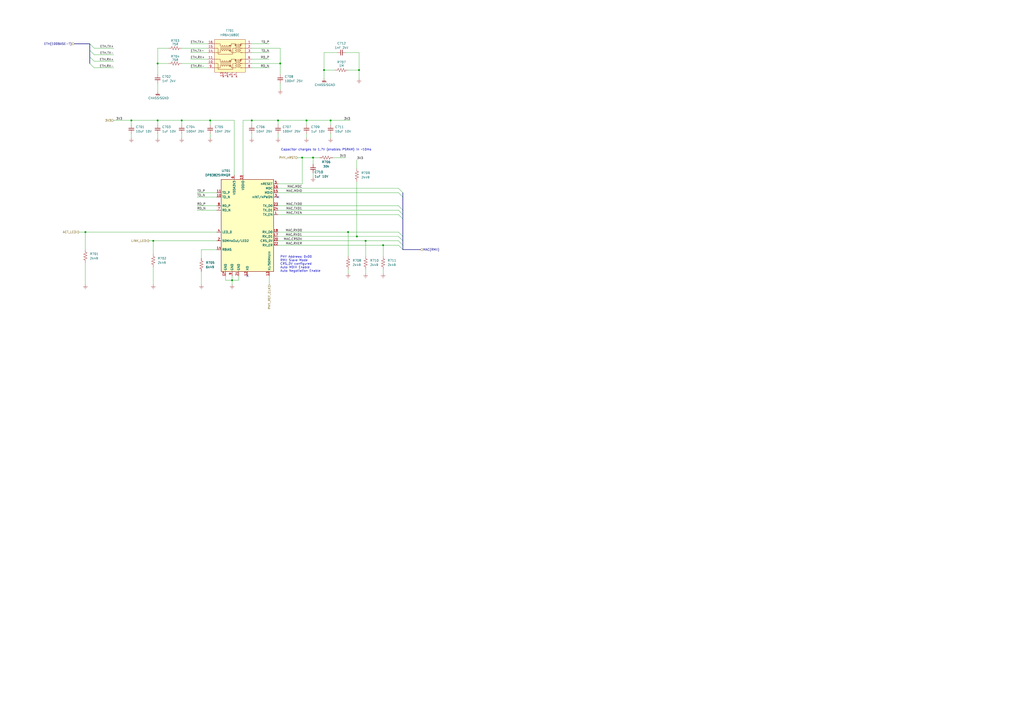
<source format=kicad_sch>
(kicad_sch (version 20250114) (generator "eeschema") (generator_version "9.0")
  (paper "A2")
  (lib_symbols
    (symbol "BR_Capacitors_0201:C_0201_100nF_25V_X7R_10%" (pin_numbers (hide yes)) (pin_names (offset 0) (hide yes))
      (property "Reference" "C" (at 1.016 1.778 0))
      (property "Value" "100nF 25V" (at 1.016 -1.778 0))
      (symbol "C_0201_100nF_25V_X7R_10%_1_1"
        (pin passive line (at 0 2.54 270) (length 2.032) (name "~") (number "1"))
        (pin passive line (at 0 -2.54 90) (length 2.032) (name "~") (number "2"))
      )
    )
    (symbol "BR_Capacitors_0201:C_0201_10nF_25V_X7R_10%" (pin_numbers (hide yes)) (pin_names (offset 0) (hide yes))
      (property "Reference" "C" (at 1.016 1.778 0))
      (property "Value" "10nF 25V" (at 1.016 -1.778 0))
      (symbol "C_0201_10nF_25V_X7R_10%_1_1"
        (pin passive line (at 0 2.54 270) (length 2.032) (name "~") (number "1"))
        (pin passive line (at 0 -2.54 90) (length 2.032) (name "~") (number "2"))
      )
    )
    (symbol "BR_Capacitors_0402:C_0402_10uF_10V_X5R_20%" (pin_numbers (hide yes)) (pin_names (offset 0.254) (hide yes))
      (property "Reference" "C" (at 1.016 1.778 0))
      (property "Value" "10uF 10V" (at 1.016 -1.778 0))
      (symbol "C_0402_10uF_10V_X5R_20%_1_1"
        (pin passive line (at 0 2.54 270) (length 2.032) (name "~") (number "1"))
        (pin passive line (at 0 -2.54 90) (length 2.032) (name "~") (number "2"))
      )
    )
    (symbol "BR_Capacitors_0402:C_0402_1uF_10V_X7R_10%" (pin_numbers (hide yes)) (pin_names (offset 0.254) (hide yes))
      (property "Reference" "C" (at 1.016 1.778 0))
      (property "Value" "1uF 10V" (at 1.016 -1.778 0))
      (symbol "C_0402_1uF_10V_X7R_10%_1_1"
        (pin passive line (at 0 2.54 270) (length 2.032) (name "~") (number "1"))
        (pin passive line (at 0 -2.54 90) (length 2.032) (name "~") (number "2"))
      )
    )
    (symbol "BR_Capacitors_1206:C_1206_1nF_2kV_X7R_10%" (pin_numbers (hide yes)) (pin_names (offset 0.254))
      (property "Reference" "C" (at 1.016 1.778 0))
      (property "Value" "1nF 2kV" (at 1.016 -1.778 0))
      (symbol "C_1206_1nF_2kV_X7R_10%_1_1"
        (pin passive line (at 0 2.54 270) (length 2.032) (name "~") (number "1"))
        (pin passive line (at 0 -2.54 90) (length 2.032) (name "~") (number "2"))
      )
    )
    (symbol "BR_IC_Ethernet:DP83825IRMQR"
      (property "Reference" "U" (at -12.192 21.336 0))
      (property "Value" "DP83825IRMQR" (at -5.588 19.304 0))
      (symbol "DP83825IRMQR_1_0"
        (pin input line (at -15.24 15.24 0) (length 2.54) (name "nRESET") (number "5"))
        (pin input line (at -15.24 7.62 0) (length 2.54) (name "nINT/nPWDN") (number "3"))
        (pin input line (at -15.24 2.54 0) (length 2.54) (name "TX_D0") (number "23"))
        (pin input line (at -15.24 0 0) (length 2.54) (name "TX_D1") (number "24"))
        (pin input line (at -15.24 -2.54 0) (length 2.54) (name "TX_EN") (number "1"))
        (pin output line (at -15.24 -15.24 0) (length 2.54) (name "RX_D1") (number "17"))
        (pin output line (at -15.24 -20.32 0) (length 2.54) (name "RX_ER") (number "22"))
        (pin output line (at 2.54 -38.1 90) (length 2.54) (name "XO") (number "12"))
        (pin power_in line (at 10.16 20.32 270) (length 2.54) (name "VDDA3V3") (number "6"))
        (pin power_in line (at 11.43 -38.1 90) (length 2.54) (name "GND") (number "9"))
        (pin power_in line (at 15.24 -38.1 90) (length 2.54) (name "GND") (number "EP"))
        (pin output line (at 20.32 10.16 180) (length 2.54) (name "TD_P") (number "11"))
        (pin output line (at 20.32 7.62 180) (length 2.54) (name "TD_N") (number "10"))
        (pin input line (at 20.32 2.54 180) (length 2.54) (name "RD_P") (number "8"))
        (pin output line (at 20.32 -12.7 180) (length 2.54) (name "LED_0") (number "4"))
        (pin output line (at 20.32 -17.78 180) (length 2.54) (name "50MHxOut/LED2") (number "2"))
      )
      (symbol "DP83825IRMQR_1_1"
        (pin input line (at -15.24 12.7 0) (length 2.54) (name "MDC") (number "16"))
        (pin bidirectional line (at -15.24 10.16 0) (length 2.54) (name "MDIO") (number "15"))
        (pin output line (at -15.24 -12.7 0) (length 2.54) (name "RX_D0") (number "18"))
        (pin output line (at -15.24 -17.78 0) (length 2.54) (name "CRS_DV") (number "20"))
        (pin input line (at -10.16 -38.1 90) (length 2.54) (name "XI/50MHzIn") (number "13"))
        (pin power_in line (at 5.08 20.32 270) (length 2.54) (name "VDDIO") (number "19"))
        (pin power_in line (at 7.62 -38.1 90) (length 2.54) (name "GND") (number "21"))
        (pin input line (at 20.32 0 180) (length 2.54) (name "RD_N") (number "7"))
        (pin input line (at 20.32 -22.86 180) (length 2.54) (name "RBIAS") (number "14"))
      )
    )
    (symbol "BR_Inductors:T_ARRAY_H1102FNL" (pin_names (offset 1.016))
      (property "Reference" "T" (at -8.128 11.176 0))
      (property "Value" "HR641680E" (at 3.556 11.176 0))
      (symbol "T_ARRAY_H1102FNL_1_1"
        (pin passive line (at -12.7 7.62 0) (length 2.9972) (name "~") (number "1"))
        (pin passive line (at -12.7 5.08 0) (length 2.9972) (name "~") (number "2"))
        (pin passive line (at -12.7 2.54 0) (length 2.9972) (name "~") (number "3"))
        (pin passive line (at -12.7 -1.27 0) (length 2.9972) (name "~") (number "6"))
        (pin passive line (at -12.7 -3.81 0) (length 2.9972) (name "~") (number "7"))
        (pin passive line (at -12.7 -6.35 0) (length 2.9972) (name "~") (number "8"))
        (pin no_connect line (at -3.81 -11.43 90) (length 2.54) (name "") (number "4"))
        (pin no_connect line (at -1.27 -11.43 90) (length 2.54) (name "") (number "5"))
        (pin no_connect line (at 1.27 -11.43 90) (length 2.54) (name "") (number "12"))
        (pin no_connect line (at 3.81 -11.43 90) (length 2.54) (name "") (number "13"))
        (pin passive line (at 12.7 7.62 180) (length 2.9972) (name "~") (number "16"))
        (pin passive line (at 12.7 5.08 180) (length 2.9972) (name "~") (number "15"))
        (pin passive line (at 12.7 2.54 180) (length 2.9972) (name "~") (number "14"))
        (pin passive line (at 12.7 -1.27 180) (length 2.9972) (name "~") (number "11"))
        (pin passive line (at 12.7 -3.81 180) (length 2.9972) (name "~") (number "10"))
        (pin passive line (at 12.7 -6.35 180) (length 2.9972) (name "~") (number "9"))
      )
    )
    (symbol "BR_Resistors_0402:R_0402_1M" (pin_numbers (hide yes)) (pin_names (offset 0) (hide yes))
      (property "Reference" "R" (at 1.524 1.27 0))
      (property "Value" "1M" (at 1.524 -1.27 0))
      (symbol "R_0402_1M_1_1"
        (pin passive line (at 0 3.81 270) (length 1.27) (name "~") (number "1"))
        (pin passive line (at 0 -3.81 90) (length 1.27) (name "~") (number "2"))
      )
    )
    (symbol "BR_Resistors_0402:R_0402_2k49" (pin_numbers (hide yes)) (pin_names (offset 0) (hide yes))
      (property "Reference" "R" (at 1.524 1.27 0))
      (property "Value" "2k49" (at 1.524 -1.27 0))
      (symbol "R_0402_2k49_1_1"
        (pin passive line (at 0 3.81 270) (length 1.27) (name "~") (number "1"))
        (pin passive line (at 0 -3.81 90) (length 1.27) (name "~") (number "2"))
      )
    )
    (symbol "BR_Resistors_0402:R_0402_30k" (pin_numbers (hide yes)) (pin_names (offset 0) (hide yes))
      (property "Reference" "R" (at 1.524 1.27 0))
      (property "Value" "30k" (at 1.524 -1.27 0))
      (symbol "R_0402_30k_1_1"
        (pin passive line (at 0 3.81 270) (length 1.27) (name "~") (number "1"))
        (pin passive line (at 0 -3.81 90) (length 1.27) (name "~") (number "2"))
      )
    )
    (symbol "BR_Resistors_0402:R_0402_6k49" (pin_numbers (hide yes)) (pin_names (offset 0) (hide yes))
      (property "Reference" "R" (at 1.524 1.27 0))
      (property "Value" "6k49" (at 1.524 -1.27 0))
      (symbol "R_0402_6k49_1_1"
        (pin passive line (at 0 3.81 270) (length 1.27) (name "~") (number "1"))
        (pin passive line (at 0 -3.81 90) (length 1.27) (name "~") (number "2"))
      )
    )
    (symbol "BR_Resistors_0402:R_0402_75R" (pin_numbers (hide yes)) (pin_names (offset 0) (hide yes))
      (property "Reference" "R" (at 1.524 1.27 0))
      (property "Value" "75R" (at 1.524 -1.27 0))
      (symbol "R_0402_75R_1_1"
        (pin passive line (at 0 3.81 270) (length 1.27) (name "~") (number "1"))
        (pin passive line (at 0 -3.81 90) (length 1.27) (name "~") (number "2"))
      )
    )
    (symbol "BR_Virtual_Parts:GND" (power) (pin_numbers (hide yes)) (pin_names (offset 0) (hide yes))
      (property "Value" "GND" (at 0 -3.556 0))
      (symbol "GND_1_1"
        (pin power_in line (at 0 0 270) (length 0) (hide yes) (name "GNDREF") (number "1"))
      )
    )
    (symbol "BR_Virtual_Parts:GND_CHASSIS" (power) (pin_numbers (hide yes)) (pin_names (offset 0) (hide yes))
      (property "Value" "CHASSISGND" (at 0 -3.302 0))
      (symbol "GND_CHASSIS_1_1"
        (pin power_in line (at 0 0 270) (length 0) (name "~") (number "1"))
      )
    )
  )
  (text "Capacitor charges to 1.7V (enables PSRAM) in ~10ms" (at 189.23 86.868 0) (effects (font (size 1.27 1.27))))
  (text "PHY Address: 0x00\nRMII Slave Mode\nCRS_DV configured\nAuto MDIX Enable\nAuto Negotiation Enable" (at 162.56 153.162 0) (effects (font (size 1.27 1.27)) (justify left)))
  (junction (at 222.25 142.24))
  (junction (at 201.93 134.62))
  (junction (at 76.2 69.85))
  (junction (at 162.56 36.83))
  (junction (at 208.28 40.64))
  (junction (at 175.26 91.44))
  (junction (at 121.92 69.85))
  (junction (at 191.77 69.85))
  (junction (at 88.9 139.7))
  (junction (at 181.61 91.44))
  (junction (at 134.62 162.56))
  (junction (at 212.09 139.7))
  (junction (at 177.8 69.85))
  (junction (at 91.44 69.85))
  (junction (at 161.29 69.85))
  (junction (at 146.05 69.85))
  (junction (at 91.44 36.83))
  (junction (at 105.41 69.85))
  (junction (at 49.53 134.62))
  (junction (at 187.96 40.64))
  (junction (at 207.01 137.16))
  (no_connect (at 161.29 114.3))
  (no_connect (at 143.51 160.02))
  (bus_entry (at 52.07 25.4) (size 2.54 2.54))
  (bus_entry (at 231.14 109.22) (size 2.54 2.54))
  (bus_entry (at 231.14 111.76) (size 2.54 2.54))
  (bus_entry (at 231.14 139.7) (size 2.54 2.54))
  (bus_entry (at 231.14 124.46) (size 2.54 2.54))
  (bus_entry (at 231.14 142.24) (size 2.54 2.54))
  (bus_entry (at 52.07 33.02) (size 2.54 2.54))
  (bus_entry (at 52.07 36.83) (size 2.54 2.54))
  (bus_entry (at 231.14 137.16) (size 2.54 2.54))
  (bus_entry (at 231.14 119.38) (size 2.54 2.54))
  (bus_entry (at 52.07 29.21) (size 2.54 2.54))
  (bus_entry (at 231.14 134.62) (size 2.54 2.54))
  (bus_entry (at 231.14 121.92) (size 2.54 2.54))
  (wire (pts (xy 45.72 134.62) (xy 49.53 134.62)))
  (wire (pts (xy 201.93 40.64) (xy 208.28 40.64)))
  (wire (pts (xy 76.2 69.85) (xy 91.44 69.85)))
  (wire (pts (xy 105.41 27.94) (xy 120.65 27.94)))
  (wire (pts (xy 177.8 69.85) (xy 191.77 69.85)))
  (wire (pts (xy 201.93 134.62) (xy 231.14 134.62)))
  (wire (pts (xy 76.2 77.47) (xy 76.2 80.01)))
  (wire (pts (xy 91.44 48.26) (xy 91.44 53.34)))
  (wire (pts (xy 187.96 30.48) (xy 195.58 30.48)))
  (wire (pts (xy 146.05 69.85) (xy 161.29 69.85)))
  (wire (pts (xy 212.09 139.7) (xy 212.09 148.59)))
  (bus (pts (xy 233.68 142.24) (xy 233.68 144.78)))
  (wire (pts (xy 177.8 69.85) (xy 177.8 72.39)))
  (wire (pts (xy 116.84 144.78) (xy 125.73 144.78)))
  (wire (pts (xy 208.28 40.64) (xy 208.28 45.72)))
  (wire (pts (xy 114.3 119.38) (xy 125.73 119.38)))
  (wire (pts (xy 161.29 119.38) (xy 231.14 119.38)))
  (wire (pts (xy 201.93 134.62) (xy 201.93 148.59)))
  (wire (pts (xy 116.84 149.86) (xy 116.84 144.78)))
  (wire (pts (xy 156.21 160.02) (xy 156.21 165.1)))
  (wire (pts (xy 121.92 77.47) (xy 121.92 80.01)))
  (wire (pts (xy 161.29 142.24) (xy 222.25 142.24)))
  (wire (pts (xy 161.29 134.62) (xy 201.93 134.62)))
  (wire (pts (xy 110.49 25.4) (xy 120.65 25.4)))
  (wire (pts (xy 91.44 36.83) (xy 91.44 43.18)))
  (bus (pts (xy 233.68 139.7) (xy 233.68 142.24)))
  (wire (pts (xy 162.56 48.26) (xy 162.56 52.07)))
  (wire (pts (xy 134.62 162.56) (xy 134.62 165.1)))
  (wire (pts (xy 161.29 121.92) (xy 231.14 121.92)))
  (wire (pts (xy 161.29 137.16) (xy 207.01 137.16)))
  (wire (pts (xy 146.05 69.85) (xy 146.05 72.39)))
  (wire (pts (xy 140.97 69.85) (xy 140.97 101.6)))
  (wire (pts (xy 134.62 160.02) (xy 134.62 162.56)))
  (wire (pts (xy 91.44 77.47) (xy 91.44 80.01)))
  (wire (pts (xy 114.3 114.3) (xy 125.73 114.3)))
  (wire (pts (xy 222.25 142.24) (xy 231.14 142.24)))
  (wire (pts (xy 110.49 30.48) (xy 120.65 30.48)))
  (wire (pts (xy 200.66 30.48) (xy 208.28 30.48)))
  (wire (pts (xy 130.81 160.02) (xy 130.81 162.56)))
  (wire (pts (xy 121.92 69.85) (xy 135.89 69.85)))
  (wire (pts (xy 105.41 77.47) (xy 105.41 80.01)))
  (bus (pts (xy 52.07 33.02) (xy 52.07 29.21)))
  (wire (pts (xy 76.2 69.85) (xy 76.2 72.39)))
  (wire (pts (xy 88.9 147.32) (xy 88.9 139.7)))
  (wire (pts (xy 161.29 69.85) (xy 177.8 69.85)))
  (wire (pts (xy 66.04 69.85) (xy 76.2 69.85)))
  (wire (pts (xy 91.44 69.85) (xy 105.41 69.85)))
  (wire (pts (xy 146.05 30.48) (xy 156.21 30.48)))
  (wire (pts (xy 161.29 139.7) (xy 212.09 139.7)))
  (wire (pts (xy 175.26 91.44) (xy 181.61 91.44)))
  (wire (pts (xy 162.56 27.94) (xy 162.56 36.83)))
  (wire (pts (xy 146.05 25.4) (xy 156.21 25.4)))
  (wire (pts (xy 161.29 77.47) (xy 161.29 80.01)))
  (wire (pts (xy 146.05 77.47) (xy 146.05 80.01)))
  (wire (pts (xy 105.41 69.85) (xy 105.41 72.39)))
  (wire (pts (xy 49.53 144.78) (xy 49.53 134.62)))
  (wire (pts (xy 191.77 69.85) (xy 203.2 69.85)))
  (wire (pts (xy 181.61 91.44) (xy 181.61 95.25)))
  (wire (pts (xy 49.53 134.62) (xy 125.73 134.62)))
  (wire (pts (xy 114.3 111.76) (xy 125.73 111.76)))
  (wire (pts (xy 91.44 69.85) (xy 91.44 72.39)))
  (wire (pts (xy 162.56 36.83) (xy 162.56 43.18)))
  (wire (pts (xy 208.28 30.48) (xy 208.28 40.64)))
  (wire (pts (xy 88.9 165.1) (xy 88.9 154.94)))
  (wire (pts (xy 110.49 39.37) (xy 120.65 39.37)))
  (bus (pts (xy 233.68 111.76) (xy 233.68 114.3)))
  (wire (pts (xy 86.36 139.7) (xy 88.9 139.7)))
  (wire (pts (xy 187.96 40.64) (xy 194.31 40.64)))
  (wire (pts (xy 181.61 100.33) (xy 181.61 102.87)))
  (wire (pts (xy 116.84 165.1) (xy 116.84 157.48)))
  (wire (pts (xy 49.53 165.1) (xy 49.53 152.4)))
  (bus (pts (xy 233.68 114.3) (xy 233.68 121.92)))
  (wire (pts (xy 207.01 105.41) (xy 207.01 137.16)))
  (wire (pts (xy 187.96 40.64) (xy 187.96 30.48)))
  (wire (pts (xy 212.09 139.7) (xy 231.14 139.7)))
  (bus (pts (xy 233.68 124.46) (xy 233.68 127)))
  (wire (pts (xy 135.89 69.85) (xy 135.89 101.6)))
  (wire (pts (xy 54.61 39.37) (xy 66.04 39.37)))
  (bus (pts (xy 43.18 25.4) (xy 52.07 25.4)))
  (wire (pts (xy 161.29 111.76) (xy 231.14 111.76)))
  (wire (pts (xy 146.05 36.83) (xy 162.56 36.83)))
  (wire (pts (xy 172.72 91.44) (xy 175.26 91.44)))
  (wire (pts (xy 193.04 91.44) (xy 200.66 91.44)))
  (wire (pts (xy 212.09 156.21) (xy 212.09 158.75)))
  (wire (pts (xy 191.77 77.47) (xy 191.77 80.01)))
  (wire (pts (xy 161.29 109.22) (xy 231.14 109.22)))
  (wire (pts (xy 105.41 36.83) (xy 120.65 36.83)))
  (wire (pts (xy 207.01 92.71) (xy 207.01 97.79)))
  (wire (pts (xy 161.29 124.46) (xy 231.14 124.46)))
  (wire (pts (xy 91.44 36.83) (xy 97.79 36.83)))
  (wire (pts (xy 54.61 27.94) (xy 66.04 27.94)))
  (wire (pts (xy 97.79 27.94) (xy 91.44 27.94)))
  (wire (pts (xy 91.44 27.94) (xy 91.44 36.83)))
  (wire (pts (xy 140.97 69.85) (xy 146.05 69.85)))
  (wire (pts (xy 175.26 106.68) (xy 161.29 106.68)))
  (wire (pts (xy 130.81 162.56) (xy 134.62 162.56)))
  (bus (pts (xy 233.68 121.92) (xy 233.68 124.46)))
  (wire (pts (xy 191.77 69.85) (xy 191.77 72.39)))
  (bus (pts (xy 233.68 127) (xy 233.68 137.16)))
  (wire (pts (xy 181.61 91.44) (xy 185.42 91.44)))
  (wire (pts (xy 110.49 34.29) (xy 120.65 34.29)))
  (wire (pts (xy 207.01 137.16) (xy 231.14 137.16)))
  (wire (pts (xy 146.05 34.29) (xy 156.21 34.29)))
  (bus (pts (xy 52.07 29.21) (xy 52.07 25.4)))
  (wire (pts (xy 222.25 156.21) (xy 222.25 158.75)))
  (wire (pts (xy 222.25 142.24) (xy 222.25 148.59)))
  (bus (pts (xy 233.68 137.16) (xy 233.68 139.7)))
  (wire (pts (xy 146.05 39.37) (xy 156.21 39.37)))
  (wire (pts (xy 138.43 162.56) (xy 138.43 160.02)))
  (wire (pts (xy 54.61 31.75) (xy 66.04 31.75)))
  (wire (pts (xy 146.05 27.94) (xy 162.56 27.94)))
  (wire (pts (xy 161.29 69.85) (xy 161.29 72.39)))
  (wire (pts (xy 88.9 139.7) (xy 125.73 139.7)))
  (wire (pts (xy 175.26 91.44) (xy 175.26 106.68)))
  (wire (pts (xy 187.96 45.72) (xy 187.96 40.64)))
  (bus (pts (xy 233.68 144.78) (xy 243.84 144.78)))
  (wire (pts (xy 121.92 69.85) (xy 121.92 72.39)))
  (wire (pts (xy 177.8 77.47) (xy 177.8 80.01)))
  (wire (pts (xy 114.3 121.92) (xy 125.73 121.92)))
  (wire (pts (xy 201.93 156.21) (xy 201.93 158.75)))
  (wire (pts (xy 105.41 69.85) (xy 121.92 69.85)))
  (wire (pts (xy 54.61 35.56) (xy 66.04 35.56)))
  (wire (pts (xy 134.62 162.56) (xy 138.43 162.56)))
  (bus (pts (xy 52.07 36.83) (xy 52.07 33.02)))
  (label "3V3" (at 67.31 69.85 0))
  (label "ETH.TX+" (at 110.49 25.4 0))
  (label "MAC.RXD1" (at 175.26 137.16 180))
  (label "MAC.RXER" (at 175.26 142.24 180))
  (label "ETH.TX-" (at 110.49 30.48 0))
  (label "TD_N" (at 114.3 114.3 0))
  (label "RD_N" (at 156.21 39.37 180))
  (label "3V3" (at 207.01 92.71 0))
  (label "ETH.RX-" (at 66.04 39.37 180))
  (label "ETH.TX-" (at 66.04 31.75 180))
  (label "ETH.RX-" (at 110.49 39.37 0))
  (label "MAC.TXEN" (at 175.26 124.46 180))
  (label "ETH.TX+" (at 66.04 27.94 180))
  (label "3V3" (at 200.66 91.44 180))
  (label "MAC.MDC" (at 175.26 109.22 180))
  (label "ETH.RX+" (at 66.04 35.56 180))
  (label "RD_P" (at 114.3 119.38 0))
  (label "3V3" (at 203.2 69.85 180))
  (label "TD_P" (at 114.3 111.76 0))
  (label "TD_P" (at 156.21 25.4 180))
  (label "MAC.TXD0" (at 175.26 119.38 180))
  (label "RD_P" (at 156.21 34.29 180))
  (label "MAC.MDIO" (at 175.26 111.76 180))
  (label "TD_N" (at 156.21 30.48 180))
  (label "MAC.RXD0" (at 175.26 134.62 180))
  (label "MAC.TXD1" (at 175.26 121.92 180))
  (label "ETH.RX+" (at 110.49 34.29 0))
  (label "RD_N" (at 114.3 121.92 0))
  (label "MAC.CRSDV" (at 175.26 139.7 180))
  (hierarchical_label "PHY_REF_CLK" (shape input) (at 156.21 165.1 270))
  (hierarchical_label "PHY_nRST" (shape input) (at 172.72 91.44 180))
  (hierarchical_label "ETH{100BASE-T}" (shape input) (at 43.18 25.4 180))
  (hierarchical_label "LINK_LED" (shape output) (at 86.36 139.7 180))
  (hierarchical_label "ACT_LED" (shape output) (at 45.72 134.62 180))
  (hierarchical_label "3V3" (shape input) (at 66.04 69.85 180))
  (hierarchical_label "MAC{RMII}" (shape input) (at 243.84 144.78 0))
  (symbol (lib_id "BR_IC_Ethernet:DP83825IRMQR") (at 146.05 121.92 0) (mirror y) (unit 1)
    (property "Reference" "U701" (at 133.7467 99.06 0) (effects (justify left)))
    (property "Value" "DP83825IRMQR" (at 133.7467 101.6 0) (effects (justify left)))
    (property "Footprint" "BR_IC:WQFN-24-3x3x0.8mm-DRV8311" (effects (hide yes)))
    (property "Datasheet" "https://www.ti.com/general/docs/suppproductinfo.tsp?distId=10&gotoUrl=https%3A%2F%2Fwww.ti.com%2Flit%2Fgpn%2Fdp83825I" (effects (hide yes)))
    (property "Description" "Ethernet Interface 10/100Mbps PHY 32-VQFN (5x5)" (effects (hide yes)))
    (property "Manufacturer" "Texas Instruments" (effects (hide yes)))
    (property "Manufacturer Part Num" "DP83825IRMQR" (effects (hide yes)))
    (property "BRE Number" "BRE-000162" (effects (hide yes)))
    (property "Supplier 1" "DigiKey" (effects (hide yes)))
    (property "Supplier Part Num 1" "296-DP83825IRMQRCT-ND" (effects (hide yes)))
    (property "Supplier 2" "Mouser" (effects (hide yes)))
    (property "Supplier Part Num 2" "595-DP83825IRMQR" (effects (hide yes)))
    (property "Supplier 3" "JLCPCB" (effects (hide yes)))
    (property "Supplier Part Num 3" "C783599" (effects (hide yes)))
  )
  (symbol (lib_id "BR_Capacitors_1206:C_1206_1nF_2kV_X7R_10%") (at 198.12 30.48 90) (unit 1)
    (property "Reference" "C712" (at 198.12 25.146 90))
    (property "Value" "1nF 2kV" (at 198.12 27.686 90))
    (property "Footprint" "BR_Passives:C_1206_3216Metric-minimized" (effects (hide yes)))
    (property "Datasheet" "https://www.lcsc.com/datasheet/lcsc_datasheet_2304140030_YAGEO-CC1206KKX7RDBB102_C23631.pdf" (effects (hide yes)))
    (property "Description" "1nF 2kV X7R 10% Ceramic Capacitor 1206" (effects (hide yes)))
    (property "Manufacturer" "YAGEO" (effects (hide yes)))
    (property "Manufacturer Part Num" "CC1206KKX7RDBB102" (effects (hide yes)))
    (property "BRE Number" "BRE-000060" (effects (hide yes)))
    (property "Supplier 1" "DigiKey" (effects (hide yes)))
    (property "Supplier Part Num 1" "311-1487-1-ND" (effects (hide yes)))
    (property "Supplier 2" "Mouser" (effects (hide yes)))
    (property "Supplier Part Num 2" "603-CC206KKX7RDBB102" (effects (hide yes)))
    (property "Supplier 3" "JLCPCB" (effects (hide yes)))
    (property "Supplier Part Num 3" "C23631" (effects (hide yes)))
    (property "JLCPCB Part Num" "C23631" (effects (hide yes)))
  )
  (symbol (lib_id "BR_Virtual_Parts:GND_CHASSIS") (at 91.44 53.34 0) (mirror y) (unit 1)
    (property "Reference" "#PWR0704" (effects (hide yes)))
    (property "Value" "CHASSISGND" (at 91.948 56.896 0))
    (property "Description" "Power symbol creates a global label with name \"CHASSISGND\" , global ground" (effects (hide yes)))
  )
  (symbol (lib_id "BR_Capacitors_0201:C_0201_10nF_25V_X7R_10%") (at 146.05 74.93 0) (unit 1)
    (property "Reference" "C706" (at 148.59 73.6662 0) (effects (justify left)))
    (property "Value" "10nF 25V" (at 148.59 76.2062 0) (effects (justify left)))
    (property "Footprint" "BR_Passives:C_0201_0603Metric-minimized" (effects (hide yes)))
    (property "Datasheet" "https://search.murata.co.jp/Ceramy/image/img/A01X/G101/ENG/GRM033R71E103KE14-01.pdf" (effects (hide yes)))
    (property "Description" "10nF 25V X7R 10% Ceramic Capacitor 0201" (effects (hide yes)))
    (property "Manufacturer" "Murata Electronics" (effects (hide yes)))
    (property "Manufacturer Part Num" "GRM033R71E103KE14D" (effects (hide yes)))
    (property "BRE Number" "BRE-000001" (effects (hide yes)))
    (property "Supplier 1" "DigiKey" (effects (hide yes)))
    (property "Supplier Part Num 1" "490-14454-2-ND" (effects (hide yes)))
    (property "Supplier 2" "Mouser" (effects (hide yes)))
    (property "Supplier Part Num 2" "81-GRM0335C1E12FA1D" (effects (hide yes)))
    (property "Supplier 3" "JLCPCB" (effects (hide yes)))
    (property "Supplier Part Num 3" "C85930" (effects (hide yes)))
    (property "JLCPCB Part Num" "C85930" (effects (hide yes)))
  )
  (symbol (lib_id "BR_Capacitors_0402:C_0402_1uF_10V_X7R_10%") (at 91.44 74.93 0) (unit 1)
    (property "Reference" "C703" (at 93.98 73.6662 0) (effects (justify left)))
    (property "Value" "1uF 10V" (at 93.98 76.2062 0) (effects (justify left)))
    (property "Footprint" "BR_Passives:C_0402_1005Metric-minimized" (effects (hide yes)))
    (property "Datasheet" "https://search.murata.co.jp/Ceramy/image/img/A01X/G101/ENG/GRM155Z71A105KE01-01.pdf" (effects (hide yes)))
    (property "Description" "1uF 10V X7R 10% Ceramic Capacitor 0402" (effects (hide yes)))
    (property "Manufacturer" "Murata Electronics" (effects (hide yes)))
    (property "Manufacturer Part Num" "GRM155Z71A105KE01D" (effects (hide yes)))
    (property "BRE Number" "BRE-000019" (effects (hide yes)))
    (property "Supplier 1" "DigiKey" (effects (hide yes)))
    (property "Supplier Part Num 1" "490-GRM155Z71A105KE01DDKR-ND" (effects (hide yes)))
    (property "Supplier 2" "Mouser" (effects (hide yes)))
    (property "Supplier Part Num 2" "81-GRM155Z71A105KE1D" (effects (hide yes)))
    (property "Supplier 3" "JLCPCB" (effects (hide yes)))
    (property "Supplier Part Num 3" "C528974" (effects (hide yes)))
    (property "JLCPCB Part Num" "C528974" (effects (hide yes)))
  )
  (symbol (lib_id "BR_Virtual_Parts:GND") (at 191.77 80.01 0) (unit 1)
    (property "Reference" "#PWR0716" (effects (hide yes)))
    (property "Value" "GND" (effects (hide yes)))
  )
  (symbol (lib_id "BR_Inductors:T_ARRAY_H1102FNL") (at 133.35 33.02 0) (mirror y) (unit 1)
    (property "Reference" "T701" (at 133.35 17.78 0))
    (property "Value" "HR641680E" (at 133.35 20.32 0))
    (property "Footprint" "BR_Inductors:H1102FNL" (effects (hide yes)))
    (property "Datasheet" "https://www.lcsc.com/datasheet/lcsc_datasheet_2411121026_HANRUN-Zhongshan-HanRun-Elec-HR641680E_C189555.pdf" (effects (hide yes)))
    (property "Description" "10/100Base-T Single Port Transformer Magnetics Module" (effects (hide yes)))
    (property "Manufacturer" "HanRun" (effects (hide yes)))
    (property "Manufacturer Part Num" "HR641680E" (effects (hide yes)))
    (property "BRE Number" "BRE-000237" (effects (hide yes)))
    (property "Supplier 3" "JLCPCB" (effects (hide yes)))
    (property "Supplier Part Num 3" "C189555" (effects (hide yes)))
  )
  (symbol (lib_id "BR_Virtual_Parts:GND") (at 105.41 80.01 0) (unit 1)
    (property "Reference" "#PWR0706" (effects (hide yes)))
    (property "Value" "GND" (effects (hide yes)))
  )
  (symbol (lib_id "BR_Virtual_Parts:GND_CHASSIS") (at 187.96 45.72 0) (mirror y) (unit 1)
    (property "Reference" "#PWR0715" (effects (hide yes)))
    (property "Value" "CHASSISGND" (at 188.468 49.276 0))
    (property "Description" "Power symbol creates a global label with name \"CHASSISGND\" , global ground" (effects (hide yes)))
  )
  (symbol (lib_id "BR_Capacitors_0402:C_0402_10uF_10V_X5R_20%") (at 76.2 74.93 0) (unit 1)
    (property "Reference" "C701" (at 78.74 73.6662 0) (effects (justify left)))
    (property "Value" "10uF 10V" (at 78.74 76.2062 0) (effects (justify left)))
    (property "Footprint" "BR_Passives:C_0402_1005Metric-minimized" (effects (hide yes)))
    (property "Datasheet" "https://mm.digikey.com/Volume0/opasdata/d220001/medias/docus/2614/CL05A106MP5NUNC_Spec.pdf" (effects (hide yes)))
    (property "Description" "10uF 10V X5R 20% Ceramic Capacitor 0402" (effects (hide yes)))
    (property "Manufacturer" "Samsung Electro-Mechanics" (effects (hide yes)))
    (property "Manufacturer Part Num" "CL05A106MP5NUNC" (effects (hide yes)))
    (property "BRE Number" "BRE-000015" (effects (hide yes)))
    (property "Supplier 1" "DigiKey" (effects (hide yes)))
    (property "Supplier 2" "Mouser" (effects (hide yes)))
    (property "Supplier 3" "JLCPCB" (effects (hide yes)))
    (property "Supplier Part Num 1" "1276-1450-6-ND" (effects (hide yes)))
    (property "Supplier Part Num 2" "187-CL05A106MP5NUNC" (effects (hide yes)))
    (property "Supplier Part Num 3" "C315248" (effects (hide yes)))
    (property "JLCPCB Part Num" "C315248" (effects (hide yes)))
  )
  (symbol (lib_id "BR_Resistors_0402:R_0402_2k49") (at 222.25 152.4 0) (unit 1)
    (property "Reference" "R711" (at 224.79 151.1299 0) (effects (justify left)))
    (property "Value" "2k49" (at 224.79 153.6699 0) (effects (justify left)))
    (property "Footprint" "BR_Passives:C_0402_1005Metric-minimized" (effects (hide yes)))
    (property "Datasheet" "https://www.yageo.com/upload/media/product/productsearch/datasheet/rchip/PYu-RC_Group_51_RoHS_L_12.pdf" (effects (hide yes)))
    (property "Description" "2.49k 1% 100ppm 62.5mW Thick Film Resistor 0402" (effects (hide yes)))
    (property "Manufacturer" "YAGEO" (effects (hide yes)))
    (property "Manufacturer Part Num" "RC0402FR-072K49L" (effects (hide yes)))
    (property "BRE Number" "BRE-000326" (effects (hide yes)))
    (property "Supplier 1" "DigiKey" (effects (hide yes)))
    (property "Supplier Part Num 1" "311-2.49KLRCT-ND" (effects (hide yes)))
    (property "Supplier 2" "DigiKey" (effects (hide yes)))
    (property "Supplier Part Num 2" "311-2.49KLRTR-ND" (effects (hide yes)))
    (property "Supplier 3" "JLCPCB" (effects (hide yes)))
    (property "Supplier Part Num 3" "C145071" (effects (hide yes)))
    (property "JLCPCB Part Num" "C145071" (effects (hide yes)))
  )
  (symbol (lib_id "BR_Resistors_0402:R_0402_2k49") (at 207.01 101.6 0) (unit 1)
    (property "Reference" "R709" (at 209.55 100.3299 0) (effects (justify left)))
    (property "Value" "2k49" (at 209.55 102.8699 0) (effects (justify left)))
    (property "Footprint" "BR_Passives:C_0402_1005Metric-minimized" (effects (hide yes)))
    (property "Datasheet" "https://www.yageo.com/upload/media/product/productsearch/datasheet/rchip/PYu-RC_Group_51_RoHS_L_12.pdf" (effects (hide yes)))
    (property "Description" "2.49k 1% 100ppm 62.5mW Thick Film Resistor 0402" (effects (hide yes)))
    (property "Manufacturer" "YAGEO" (effects (hide yes)))
    (property "Manufacturer Part Num" "RC0402FR-072K49L" (effects (hide yes)))
    (property "BRE Number" "BRE-000326" (effects (hide yes)))
    (property "Supplier 1" "DigiKey" (effects (hide yes)))
    (property "Supplier Part Num 1" "311-2.49KLRCT-ND" (effects (hide yes)))
    (property "Supplier 2" "DigiKey" (effects (hide yes)))
    (property "Supplier Part Num 2" "311-2.49KLRTR-ND" (effects (hide yes)))
    (property "Supplier 3" "JLCPCB" (effects (hide yes)))
    (property "Supplier Part Num 3" "C145071" (effects (hide yes)))
    (property "JLCPCB Part Num" "C145071" (effects (hide yes)))
  )
  (symbol (lib_id "BR_Virtual_Parts:GND") (at 162.56 52.07 0) (unit 1)
    (property "Reference" "#PWR0712" (effects (hide yes)))
    (property "Value" "GND" (effects (hide yes)))
  )
  (symbol (lib_id "BR_Capacitors_1206:C_1206_1nF_2kV_X7R_10%") (at 91.44 45.72 0) (unit 1)
    (property "Reference" "C702" (at 93.98 44.4562 0) (effects (justify left)))
    (property "Value" "1nF 2kV" (at 93.98 46.9962 0) (effects (justify left)))
    (property "Footprint" "BR_Passives:C_1206_3216Metric-minimized" (effects (hide yes)))
    (property "Datasheet" "https://www.lcsc.com/datasheet/lcsc_datasheet_2304140030_YAGEO-CC1206KKX7RDBB102_C23631.pdf" (effects (hide yes)))
    (property "Description" "1nF 2kV X7R 10% Ceramic Capacitor 1206" (effects (hide yes)))
    (property "Manufacturer" "YAGEO" (effects (hide yes)))
    (property "Manufacturer Part Num" "CC1206KKX7RDBB102" (effects (hide yes)))
    (property "BRE Number" "BRE-000060" (effects (hide yes)))
    (property "Supplier 1" "DigiKey" (effects (hide yes)))
    (property "Supplier Part Num 1" "311-1487-1-ND" (effects (hide yes)))
    (property "Supplier 2" "Mouser" (effects (hide yes)))
    (property "Supplier Part Num 2" "603-CC206KKX7RDBB102" (effects (hide yes)))
    (property "Supplier 3" "JLCPCB" (effects (hide yes)))
    (property "Supplier Part Num 3" "C23631" (effects (hide yes)))
    (property "JLCPCB Part Num" "C23631" (effects (hide yes)))
  )
  (symbol (lib_id "BR_Virtual_Parts:GND") (at 76.2 80.01 0) (unit 1)
    (property "Reference" "#PWR0702" (effects (hide yes)))
    (property "Value" "GND" (effects (hide yes)))
  )
  (symbol (lib_id "BR_Virtual_Parts:GND") (at 208.28 45.72 0) (unit 1)
    (property "Reference" "#PWR0718" (effects (hide yes)))
    (property "Value" "GND" (effects (hide yes)))
  )
  (symbol (lib_id "BR_Virtual_Parts:GND") (at 146.05 80.01 0) (unit 1)
    (property "Reference" "#PWR0710" (effects (hide yes)))
    (property "Value" "GND" (effects (hide yes)))
  )
  (symbol (lib_id "BR_Virtual_Parts:GND") (at 177.8 80.01 0) (unit 1)
    (property "Reference" "#PWR0713" (effects (hide yes)))
    (property "Value" "GND" (effects (hide yes)))
  )
  (symbol (lib_id "BR_Virtual_Parts:GND") (at 49.53 165.1 0) (unit 1)
    (property "Reference" "#PWR0701" (effects (hide yes)))
    (property "Value" "GND" (effects (hide yes)))
  )
  (symbol (lib_id "BR_Virtual_Parts:GND") (at 88.9 165.1 0) (unit 1)
    (property "Reference" "#PWR0703" (effects (hide yes)))
    (property "Value" "GND" (effects (hide yes)))
  )
  (symbol (lib_id "BR_Resistors_0402:R_0402_6k49") (at 116.84 153.67 0) (unit 1)
    (property "Reference" "R705" (at 119.38 152.3999 0) (effects (justify left)))
    (property "Value" "6k49" (at 119.38 154.9399 0) (effects (justify left)))
    (property "Footprint" "BR_Passives:C_0402_1005Metric-minimized" (effects (hide yes)))
    (property "Datasheet" "https://www.yageo.com/upload/media/product/products/datasheet/rchip/PYu-RC_Group_51_RoHS_L_12.pdf" (effects (hide yes)))
    (property "Description" "6.49k 1% 100ppm 62.5mW Thick Film Resistor 0402" (effects (hide yes)))
    (property "Manufacturer" "YAGEO" (effects (hide yes)))
    (property "Manufacturer Part Num" "RC0402FR-076K49L" (effects (hide yes)))
    (property "BRE Number" "BRE-000367" (effects (hide yes)))
    (property "Supplier 1" "DigiKey" (effects (hide yes)))
    (property "Supplier Part Num 1" "311-6.49KLRCT-ND" (effects (hide yes)))
    (property "Supplier 2" "Mouser" (effects (hide yes)))
    (property "Supplier Part Num 2" "603-RC0402FR-076K49L" (effects (hide yes)))
    (property "Supplier 3" "JLCPCB" (effects (hide yes)))
    (property "Supplier Part Num 3" "C364360" (effects (hide yes)))
    (property "JLCPCB Part Num" "C364360" (effects (hide yes)))
  )
  (symbol (lib_id "BR_Resistors_0402:R_0402_30k") (at 189.23 91.44 90) (unit 1)
    (property "Reference" "R706" (at 189.23 93.98 90))
    (property "Value" "30k" (at 189.23 96.52 90))
    (property "Footprint" "BR_Passives:C_0402_1005Metric-minimized" (effects (hide yes)))
    (property "Datasheet" "https://www.yageo.com/upload/media/product/productsearch/datasheet/rchip/PYu-RC_Group_51_RoHS_L_12.pdf" (effects (hide yes)))
    (property "Description" "30k 1% 100ppm 62.5mW Thick Film Resistor 0402" (effects (hide yes)))
    (property "Manufacturer" "YAGEO" (effects (hide yes)))
    (property "Manufacturer Part Num" "RC0402FR-0730KL" (effects (hide yes)))
    (property "BRE Number" "BRE-000327" (effects (hide yes)))
    (property "Supplier 1" "DigiKey" (effects (hide yes)))
    (property "Supplier Part Num 1" "311-30.0KLRCT-ND" (effects (hide yes)))
    (property "Supplier 2" "DigiKey" (effects (hide yes)))
    (property "Supplier Part Num 2" "311-30.0KLRTR-ND" (effects (hide yes)))
    (property "Supplier 3" "JLCPCB" (effects (hide yes)))
    (property "Supplier Part Num 3" "C138008" (effects (hide yes)))
    (property "JLCPCB Part Num" "C138008" (effects (hide yes)))
  )
  (symbol (lib_id "BR_Virtual_Parts:GND") (at 91.44 80.01 0) (unit 1)
    (property "Reference" "#PWR0705" (effects (hide yes)))
    (property "Value" "GND" (effects (hide yes)))
  )
  (symbol (lib_id "BR_Virtual_Parts:GND") (at 121.92 80.01 0) (unit 1)
    (property "Reference" "#PWR0708" (effects (hide yes)))
    (property "Value" "GND" (effects (hide yes)))
  )
  (symbol (lib_id "BR_Resistors_0402:R_0402_2k49") (at 88.9 151.13 0) (unit 1)
    (property "Reference" "R702" (at 91.44 149.8599 0) (effects (justify left)))
    (property "Value" "2k49" (at 91.44 152.3999 0) (effects (justify left)))
    (property "Footprint" "BR_Passives:C_0402_1005Metric-minimized" (effects (hide yes)))
    (property "Datasheet" "https://www.yageo.com/upload/media/product/productsearch/datasheet/rchip/PYu-RC_Group_51_RoHS_L_12.pdf" (effects (hide yes)))
    (property "Description" "2.49k 1% 100ppm 62.5mW Thick Film Resistor 0402" (effects (hide yes)))
    (property "Manufacturer" "YAGEO" (effects (hide yes)))
    (property "Manufacturer Part Num" "RC0402FR-072K49L" (effects (hide yes)))
    (property "BRE Number" "BRE-000326" (effects (hide yes)))
    (property "Supplier 1" "DigiKey" (effects (hide yes)))
    (property "Supplier Part Num 1" "311-2.49KLRCT-ND" (effects (hide yes)))
    (property "Supplier 2" "DigiKey" (effects (hide yes)))
    (property "Supplier Part Num 2" "311-2.49KLRTR-ND" (effects (hide yes)))
    (property "Supplier 3" "JLCPCB" (effects (hide yes)))
    (property "Supplier Part Num 3" "C145071" (effects (hide yes)))
    (property "JLCPCB Part Num" "C145071" (effects (hide yes)))
  )
  (symbol (lib_id "BR_Capacitors_0201:C_0201_100nF_25V_X7R_10%") (at 105.41 74.93 0) (unit 1)
    (property "Reference" "C704" (at 107.95 73.6662 0) (effects (justify left)))
    (property "Value" "100nF 25V" (at 107.95 76.2062 0) (effects (justify left)))
    (property "Footprint" "BR_Passives:C_0201_0603Metric-minimized" (effects (hide yes)))
    (property "Datasheet" "https://www.lcsc.com/datasheet/lcsc_datasheet_2108070630_Murata-Electronics-GRM033R61E104KE14J_C2649540.pdf" (effects (hide yes)))
    (property "Description" "100nF 25V X5R 10% Ceramic Capacitor 0201" (effects (hide yes)))
    (property "Manufacturer" "Murata Electronics" (effects (hide yes)))
    (property "Manufacturer Part Num" "GRM033R61E104KE14J" (effects (hide yes)))
    (property "BRE Number" "BRE-000000" (effects (hide yes)))
    (property "Supplier 1" "DigiKey" (effects (hide yes)))
    (property "Supplier Part Num 1" "490-14571-1-ND" (effects (hide yes)))
    (property "Supplier 2" "Mouser" (effects (hide yes)))
    (property "Supplier Part Num 2" "81-GRM033R61E104KE4J" (effects (hide yes)))
    (property "Supplier 3" "JLCPCB" (effects (hide yes)))
    (property "Supplier Part Num 3" "C2649540" (effects (hide yes)))
    (property "JLCPCB Part Num" "C76939" (effects (hide yes)))
  )
  (symbol (lib_id "BR_Virtual_Parts:GND") (at 116.84 165.1 0) (unit 1)
    (property "Reference" "#PWR0707" (effects (hide yes)))
    (property "Value" "GND" (effects (hide yes)))
  )
  (symbol (lib_id "BR_Resistors_0402:R_0402_1M") (at 198.12 40.64 90) (unit 1)
    (property "Reference" "R707" (at 198.12 36.068 90))
    (property "Value" "1M" (at 198.12 38.1 90))
    (property "Footprint" "BR_Passives:C_0402_1005Metric-minimized" (effects (hide yes)))
    (property "Datasheet" "https://www.yageo.com/upload/media/product/productsearch/datasheet/rchip/PYu-AC_51_RoHS_L_10.pdf" (effects (hide yes)))
    (property "Description" "1M 1% 100ppm 62.5mW Thick Film Resistor 0402" (effects (hide yes)))
    (property "Manufacturer" "YAGEO" (effects (hide yes)))
    (property "Manufacturer Part Num" "AC0402FR-071ML" (effects (hide yes)))
    (property "BRE Number" "BRE-000309" (effects (hide yes)))
    (property "Supplier 1" "DigiKey" (effects (hide yes)))
    (property "Supplier Part Num 1" "YAG3450CT-ND" (effects (hide yes)))
    (property "Supplier 2" "Mouser" (effects (hide yes)))
    (property "Supplier Part Num 2" "603-AC0402FR-071ML" (effects (hide yes)))
    (property "Supplier 3" "JLCPCB" (effects (hide yes)))
    (property "Supplier Part Num 3" "C144787" (effects (hide yes)))
    (property "JLCPCB Part Num" "C144787" (effects (hide yes)))
  )
  (symbol (lib_id "BR_Virtual_Parts:GND") (at 181.61 102.87 0) (unit 1)
    (property "Reference" "#PWR0714" (effects (hide yes)))
    (property "Value" "GND" (effects (hide yes)))
  )
  (symbol (lib_id "BR_Capacitors_0201:C_0201_100nF_25V_X7R_10%") (at 161.29 74.93 0) (unit 1)
    (property "Reference" "C707" (at 163.83 73.6662 0) (effects (justify left)))
    (property "Value" "100nF 25V" (at 163.83 76.2062 0) (effects (justify left)))
    (property "Footprint" "BR_Passives:C_0201_0603Metric-minimized" (effects (hide yes)))
    (property "Datasheet" "https://www.lcsc.com/datasheet/lcsc_datasheet_2108070630_Murata-Electronics-GRM033R61E104KE14J_C2649540.pdf" (effects (hide yes)))
    (property "Description" "100nF 25V X5R 10% Ceramic Capacitor 0201" (effects (hide yes)))
    (property "Manufacturer" "Murata Electronics" (effects (hide yes)))
    (property "Manufacturer Part Num" "GRM033R61E104KE14J" (effects (hide yes)))
    (property "BRE Number" "BRE-000000" (effects (hide yes)))
    (property "Supplier 1" "DigiKey" (effects (hide yes)))
    (property "Supplier Part Num 1" "490-14571-1-ND" (effects (hide yes)))
    (property "Supplier 2" "Mouser" (effects (hide yes)))
    (property "Supplier Part Num 2" "81-GRM033R61E104KE4J" (effects (hide yes)))
    (property "Supplier 3" "JLCPCB" (effects (hide yes)))
    (property "Supplier Part Num 3" "C2649540" (effects (hide yes)))
    (property "JLCPCB Part Num" "C76939" (effects (hide yes)))
  )
  (symbol (lib_id "BR_Capacitors_0201:C_0201_100nF_25V_X7R_10%") (at 162.56 45.72 0) (unit 1)
    (property "Reference" "C708" (at 165.1 44.4562 0) (effects (justify left)))
    (property "Value" "100nF 25V" (at 165.1 46.9962 0) (effects (justify left)))
    (property "Footprint" "BR_Passives:C_0201_0603Metric-minimized" (effects (hide yes)))
    (property "Datasheet" "https://www.lcsc.com/datasheet/lcsc_datasheet_2108070630_Murata-Electronics-GRM033R61E104KE14J_C2649540.pdf" (effects (hide yes)))
    (property "Description" "100nF 25V X5R 10% Ceramic Capacitor 0201" (effects (hide yes)))
    (property "Manufacturer" "Murata Electronics" (effects (hide yes)))
    (property "Manufacturer Part Num" "GRM033R61E104KE14J" (effects (hide yes)))
    (property "BRE Number" "BRE-000000" (effects (hide yes)))
    (property "Supplier 1" "DigiKey" (effects (hide yes)))
    (property "Supplier Part Num 1" "490-14571-1-ND" (effects (hide yes)))
    (property "Supplier 2" "Mouser" (effects (hide yes)))
    (property "Supplier Part Num 2" "81-GRM033R61E104KE4J" (effects (hide yes)))
    (property "Supplier 3" "JLCPCB" (effects (hide yes)))
    (property "Supplier Part Num 3" "C2649540" (effects (hide yes)))
    (property "JLCPCB Part Num" "C76939" (effects (hide yes)))
  )
  (symbol (lib_id "BR_Resistors_0402:R_0402_75R") (at 101.6 36.83 90) (unit 1)
    (property "Reference" "R704" (at 101.6 32.766 90))
    (property "Value" "75R" (at 101.6 34.798 90))
    (property "Footprint" "BR_Passives:C_0402_1005Metric-minimized" (effects (hide yes)))
    (property "Datasheet" "https://www.yageo.com/upload/media/product/productsearch/datasheet/rchip/PYu-RC_Group_51_RoHS_L_12.pdf" (effects (hide yes)))
    (property "Description" "75R 1% 100ppm 62.5mW Thick Film Resistor 0402" (effects (hide yes)))
    (property "Manufacturer" "YAGEO" (effects (hide yes)))
    (property "Manufacturer Part Num" "RC0402FR-0775RL" (effects (hide yes)))
    (property "BRE Number" "BRE-000369" (effects (hide yes)))
    (property "Supplier 1" "DigiKey" (effects (hide yes)))
    (property "Supplier Part Num 1" "311-75.0LRCT-ND" (effects (hide yes)))
    (property "Supplier 2" "DigiKey" (effects (hide yes)))
    (property "Supplier Part Num 2" "311-75.0LRTR-ND" (effects (hide yes)))
    (property "Supplier 3" "JLCPCB" (effects (hide yes)))
    (property "Supplier Part Num 3" "C114757" (effects (hide yes)))
    (property "JLCPCB Part Num" "C114757" (effects (hide yes)))
  )
  (symbol (lib_id "BR_Virtual_Parts:GND") (at 134.62 165.1 0) (unit 1)
    (property "Reference" "#PWR0709" (effects (hide yes)))
    (property "Value" "GND" (effects (hide yes)))
  )
  (symbol (lib_id "BR_Capacitors_0402:C_0402_10uF_10V_X5R_20%") (at 191.77 74.93 0) (unit 1)
    (property "Reference" "C711" (at 194.31 73.6662 0) (effects (justify left)))
    (property "Value" "10uF 10V" (at 194.31 76.2062 0) (effects (justify left)))
    (property "Footprint" "BR_Passives:C_0402_1005Metric-minimized" (effects (hide yes)))
    (property "Datasheet" "https://mm.digikey.com/Volume0/opasdata/d220001/medias/docus/2614/CL05A106MP5NUNC_Spec.pdf" (effects (hide yes)))
    (property "Description" "10uF 10V X5R 20% Ceramic Capacitor 0402" (effects (hide yes)))
    (property "Manufacturer" "Samsung Electro-Mechanics" (effects (hide yes)))
    (property "Manufacturer Part Num" "CL05A106MP5NUNC" (effects (hide yes)))
    (property "BRE Number" "BRE-000015" (effects (hide yes)))
    (property "Supplier 1" "DigiKey" (effects (hide yes)))
    (property "Supplier 2" "Mouser" (effects (hide yes)))
    (property "Supplier 3" "JLCPCB" (effects (hide yes)))
    (property "Supplier Part Num 1" "1276-1450-6-ND" (effects (hide yes)))
    (property "Supplier Part Num 2" "187-CL05A106MP5NUNC" (effects (hide yes)))
    (property "Supplier Part Num 3" "C315248" (effects (hide yes)))
    (property "JLCPCB Part Num" "C315248" (effects (hide yes)))
  )
  (symbol (lib_id "BR_Resistors_0402:R_0402_75R") (at 101.6 27.94 90) (unit 1)
    (property "Reference" "R703" (at 101.6 23.622 90))
    (property "Value" "75R" (at 101.6 25.654 90))
    (property "Footprint" "BR_Passives:C_0402_1005Metric-minimized" (effects (hide yes)))
    (property "Datasheet" "https://www.yageo.com/upload/media/product/productsearch/datasheet/rchip/PYu-RC_Group_51_RoHS_L_12.pdf" (effects (hide yes)))
    (property "Description" "75R 1% 100ppm 62.5mW Thick Film Resistor 0402" (effects (hide yes)))
    (property "Manufacturer" "YAGEO" (effects (hide yes)))
    (property "Manufacturer Part Num" "RC0402FR-0775RL" (effects (hide yes)))
    (property "BRE Number" "BRE-000369" (effects (hide yes)))
    (property "Supplier 1" "DigiKey" (effects (hide yes)))
    (property "Supplier Part Num 1" "311-75.0LRCT-ND" (effects (hide yes)))
    (property "Supplier 2" "DigiKey" (effects (hide yes)))
    (property "Supplier Part Num 2" "311-75.0LRTR-ND" (effects (hide yes)))
    (property "Supplier 3" "JLCPCB" (effects (hide yes)))
    (property "Supplier Part Num 3" "C114757" (effects (hide yes)))
    (property "JLCPCB Part Num" "C114757" (effects (hide yes)))
  )
  (symbol (lib_id "BR_Virtual_Parts:GND") (at 222.25 158.75 0) (unit 1)
    (property "Reference" "#PWR0720" (effects (hide yes)))
    (property "Value" "GND" (effects (hide yes)))
  )
  (symbol (lib_id "BR_Virtual_Parts:GND") (at 212.09 158.75 0) (unit 1)
    (property "Reference" "#PWR0719" (effects (hide yes)))
    (property "Value" "GND" (effects (hide yes)))
  )
  (symbol (lib_id "BR_Capacitors_0201:C_0201_10nF_25V_X7R_10%") (at 121.92 74.93 0) (unit 1)
    (property "Reference" "C705" (at 124.46 73.6662 0) (effects (justify left)))
    (property "Value" "10nF 25V" (at 124.46 76.2062 0) (effects (justify left)))
    (property "Footprint" "BR_Passives:C_0201_0603Metric-minimized" (effects (hide yes)))
    (property "Datasheet" "https://search.murata.co.jp/Ceramy/image/img/A01X/G101/ENG/GRM033R71E103KE14-01.pdf" (effects (hide yes)))
    (property "Description" "10nF 25V X7R 10% Ceramic Capacitor 0201" (effects (hide yes)))
    (property "Manufacturer" "Murata Electronics" (effects (hide yes)))
    (property "Manufacturer Part Num" "GRM033R71E103KE14D" (effects (hide yes)))
    (property "BRE Number" "BRE-000001" (effects (hide yes)))
    (property "Supplier 1" "DigiKey" (effects (hide yes)))
    (property "Supplier Part Num 1" "490-14454-2-ND" (effects (hide yes)))
    (property "Supplier 2" "Mouser" (effects (hide yes)))
    (property "Supplier Part Num 2" "81-GRM0335C1E12FA1D" (effects (hide yes)))
    (property "Supplier 3" "JLCPCB" (effects (hide yes)))
    (property "Supplier Part Num 3" "C85930" (effects (hide yes)))
    (property "JLCPCB Part Num" "C85930" (effects (hide yes)))
  )
  (symbol (lib_id "BR_Virtual_Parts:GND") (at 201.93 158.75 0) (unit 1)
    (property "Reference" "#PWR0717" (effects (hide yes)))
    (property "Value" "GND" (effects (hide yes)))
  )
  (symbol (lib_id "BR_Resistors_0402:R_0402_2k49") (at 212.09 152.4 0) (unit 1)
    (property "Reference" "R710" (at 214.63 151.1299 0) (effects (justify left)))
    (property "Value" "2k49" (at 214.63 153.6699 0) (effects (justify left)))
    (property "Footprint" "BR_Passives:C_0402_1005Metric-minimized" (effects (hide yes)))
    (property "Datasheet" "https://www.yageo.com/upload/media/product/productsearch/datasheet/rchip/PYu-RC_Group_51_RoHS_L_12.pdf" (effects (hide yes)))
    (property "Description" "2.49k 1% 100ppm 62.5mW Thick Film Resistor 0402" (effects (hide yes)))
    (property "Manufacturer" "YAGEO" (effects (hide yes)))
    (property "Manufacturer Part Num" "RC0402FR-072K49L" (effects (hide yes)))
    (property "BRE Number" "BRE-000326" (effects (hide yes)))
    (property "Supplier 1" "DigiKey" (effects (hide yes)))
    (property "Supplier Part Num 1" "311-2.49KLRCT-ND" (effects (hide yes)))
    (property "Supplier 2" "DigiKey" (effects (hide yes)))
    (property "Supplier Part Num 2" "311-2.49KLRTR-ND" (effects (hide yes)))
    (property "Supplier 3" "JLCPCB" (effects (hide yes)))
    (property "Supplier Part Num 3" "C145071" (effects (hide yes)))
    (property "JLCPCB Part Num" "C145071" (effects (hide yes)))
  )
  (symbol (lib_id "BR_Resistors_0402:R_0402_2k49") (at 49.53 148.59 0) (unit 1)
    (property "Reference" "R701" (at 52.07 147.3199 0) (effects (justify left)))
    (property "Value" "2k49" (at 52.07 149.8599 0) (effects (justify left)))
    (property "Footprint" "BR_Passives:C_0402_1005Metric-minimized" (effects (hide yes)))
    (property "Datasheet" "https://www.yageo.com/upload/media/product/productsearch/datasheet/rchip/PYu-RC_Group_51_RoHS_L_12.pdf" (effects (hide yes)))
    (property "Description" "2.49k 1% 100ppm 62.5mW Thick Film Resistor 0402" (effects (hide yes)))
    (property "Manufacturer" "YAGEO" (effects (hide yes)))
    (property "Manufacturer Part Num" "RC0402FR-072K49L" (effects (hide yes)))
    (property "BRE Number" "BRE-000326" (effects (hide yes)))
    (property "Supplier 1" "DigiKey" (effects (hide yes)))
    (property "Supplier Part Num 1" "311-2.49KLRCT-ND" (effects (hide yes)))
    (property "Supplier 2" "DigiKey" (effects (hide yes)))
    (property "Supplier Part Num 2" "311-2.49KLRTR-ND" (effects (hide yes)))
    (property "Supplier 3" "JLCPCB" (effects (hide yes)))
    (property "Supplier Part Num 3" "C145071" (effects (hide yes)))
    (property "JLCPCB Part Num" "C145071" (effects (hide yes)))
  )
  (symbol (lib_id "BR_Capacitors_0402:C_0402_1uF_10V_X7R_10%") (at 177.8 74.93 0) (unit 1)
    (property "Reference" "C709" (at 180.34 73.6662 0) (effects (justify left)))
    (property "Value" "1uF 10V" (at 180.34 76.2062 0) (effects (justify left)))
    (property "Footprint" "BR_Passives:C_0402_1005Metric-minimized" (effects (hide yes)))
    (property "Datasheet" "https://search.murata.co.jp/Ceramy/image/img/A01X/G101/ENG/GRM155Z71A105KE01-01.pdf" (effects (hide yes)))
    (property "Description" "1uF 10V X7R 10% Ceramic Capacitor 0402" (effects (hide yes)))
    (property "Manufacturer" "Murata Electronics" (effects (hide yes)))
    (property "Manufacturer Part Num" "GRM155Z71A105KE01D" (effects (hide yes)))
    (property "BRE Number" "BRE-000019" (effects (hide yes)))
    (property "Supplier 1" "DigiKey" (effects (hide yes)))
    (property "Supplier Part Num 1" "490-GRM155Z71A105KE01DDKR-ND" (effects (hide yes)))
    (property "Supplier 2" "Mouser" (effects (hide yes)))
    (property "Supplier Part Num 2" "81-GRM155Z71A105KE1D" (effects (hide yes)))
    (property "Supplier 3" "JLCPCB" (effects (hide yes)))
    (property "Supplier Part Num 3" "C528974" (effects (hide yes)))
    (property "JLCPCB Part Num" "C528974" (effects (hide yes)))
  )
  (symbol (lib_id "BR_Virtual_Parts:GND") (at 161.29 80.01 0) (unit 1)
    (property "Reference" "#PWR0711" (effects (hide yes)))
    (property "Value" "GND" (effects (hide yes)))
  )
  (symbol (lib_id "BR_Resistors_0402:R_0402_2k49") (at 201.93 152.4 0) (unit 1)
    (property "Reference" "R708" (at 204.47 151.1299 0) (effects (justify left)))
    (property "Value" "2k49" (at 204.47 153.6699 0) (effects (justify left)))
    (property "Footprint" "BR_Passives:C_0402_1005Metric-minimized" (effects (hide yes)))
    (property "Datasheet" "https://www.yageo.com/upload/media/product/productsearch/datasheet/rchip/PYu-RC_Group_51_RoHS_L_12.pdf" (effects (hide yes)))
    (property "Description" "2.49k 1% 100ppm 62.5mW Thick Film Resistor 0402" (effects (hide yes)))
    (property "Manufacturer" "YAGEO" (effects (hide yes)))
    (property "Manufacturer Part Num" "RC0402FR-072K49L" (effects (hide yes)))
    (property "BRE Number" "BRE-000326" (effects (hide yes)))
    (property "Supplier 1" "DigiKey" (effects (hide yes)))
    (property "Supplier Part Num 1" "311-2.49KLRCT-ND" (effects (hide yes)))
    (property "Supplier 2" "DigiKey" (effects (hide yes)))
    (property "Supplier Part Num 2" "311-2.49KLRTR-ND" (effects (hide yes)))
    (property "Supplier 3" "JLCPCB" (effects (hide yes)))
    (property "Supplier Part Num 3" "C145071" (effects (hide yes)))
    (property "JLCPCB Part Num" "C145071" (effects (hide yes)))
  )
  (symbol (lib_id "BR_Capacitors_0402:C_0402_1uF_10V_X7R_10%") (at 181.61 97.79 0) (unit 1)
    (property "Reference" "C710" (at 182.372 99.822 0) (effects (justify left)))
    (property "Value" "1uF 10V" (at 182.372 102.362 0) (effects (justify left)))
    (property "Footprint" "BR_Passives:C_0402_1005Metric-minimized" (effects (hide yes)))
    (property "Datasheet" "https://search.murata.co.jp/Ceramy/image/img/A01X/G101/ENG/GRM155Z71A105KE01-01.pdf" (effects (hide yes)))
    (property "Description" "1uF 10V X7R 10% Ceramic Capacitor 0402" (effects (hide yes)))
    (property "Manufacturer" "Murata Electronics" (effects (hide yes)))
    (property "Manufacturer Part Num" "GRM155Z71A105KE01D" (effects (hide yes)))
    (property "BRE Number" "BRE-000019" (effects (hide yes)))
    (property "Supplier 1" "DigiKey" (effects (hide yes)))
    (property "Supplier Part Num 1" "490-GRM155Z71A105KE01DDKR-ND" (effects (hide yes)))
    (property "Supplier 2" "Mouser" (effects (hide yes)))
    (property "Supplier Part Num 2" "81-GRM155Z71A105KE1D" (effects (hide yes)))
    (property "Supplier 3" "JLCPCB" (effects (hide yes)))
    (property "Supplier Part Num 3" "C528974" (effects (hide yes)))
    (property "JLCPCB Part Num" "C528974" (effects (hide yes)))
  )
)
</source>
